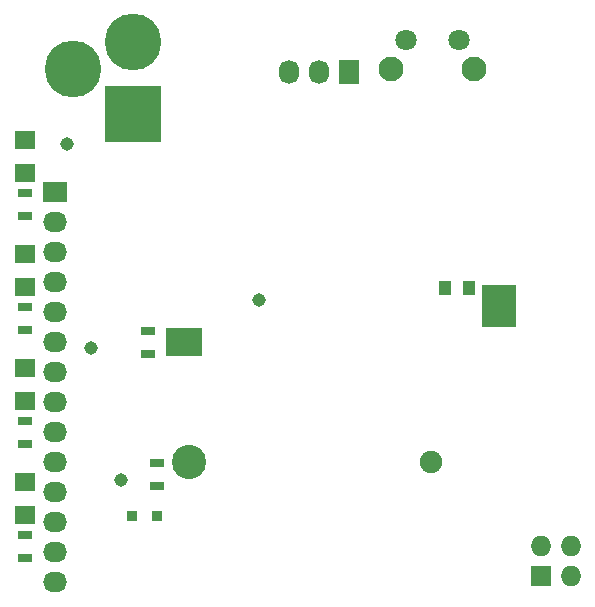
<source format=gbs>
G04 #@! TF.FileFunction,Soldermask,Bot*
%FSLAX46Y46*%
G04 Gerber Fmt 4.6, Leading zero omitted, Abs format (unit mm)*
G04 Created by KiCad (PCBNEW 4.0.2-4+6225~38~ubuntu14.04.1-stable) date Fri 18 Mar 2016 20:19:54 GMT*
%MOMM*%
G01*
G04 APERTURE LIST*
%ADD10C,0.100000*%
%ADD11R,1.800860X1.597660*%
%ADD12C,2.900000*%
%ADD13C,1.900000*%
%ADD14C,4.800600*%
%ADD15R,4.800600X4.800600*%
%ADD16R,1.727200X2.032000*%
%ADD17O,1.727200X2.032000*%
%ADD18C,1.800000*%
%ADD19C,2.100000*%
%ADD20R,1.000000X1.250000*%
%ADD21R,1.300000X0.700000*%
%ADD22R,3.100000X2.400000*%
%ADD23C,1.143000*%
%ADD24R,3.000000X3.600000*%
%ADD25R,2.032000X1.727200*%
%ADD26O,2.032000X1.727200*%
%ADD27R,1.727200X1.727200*%
%ADD28O,1.727200X1.727200*%
%ADD29R,0.900000X0.900000*%
G04 APERTURE END LIST*
D10*
D11*
X101600000Y-113687860D03*
X101600000Y-110848140D03*
X101600000Y-142643860D03*
X101600000Y-139804140D03*
X101600000Y-132991860D03*
X101600000Y-130152140D03*
X101600000Y-123339860D03*
X101600000Y-120500140D03*
D12*
X115484000Y-138176000D03*
D13*
X135984000Y-138176000D03*
D14*
X110744000Y-102616000D03*
D15*
X110744000Y-108712000D03*
D14*
X105664000Y-104902000D03*
D16*
X129032000Y-105156000D03*
D17*
X126492000Y-105156000D03*
X123952000Y-105156000D03*
D18*
X138394000Y-102382000D03*
X133894000Y-102382000D03*
D19*
X139644000Y-104882000D03*
X132644000Y-104882000D03*
D20*
X137176000Y-123444000D03*
X139176000Y-123444000D03*
D21*
X112776000Y-140142000D03*
X112776000Y-138242000D03*
X112014000Y-127066000D03*
X112014000Y-128966000D03*
D22*
X115062000Y-128016000D03*
D21*
X101600000Y-117282000D03*
X101600000Y-115382000D03*
X101600000Y-136586000D03*
X101600000Y-134686000D03*
X101600000Y-146238000D03*
X101600000Y-144338000D03*
X101600000Y-126934000D03*
X101600000Y-125034000D03*
D23*
X105156000Y-111252000D03*
X121412000Y-124460000D03*
X109728000Y-139700000D03*
X107188000Y-128524000D03*
D24*
X141732000Y-124968000D03*
D25*
X104140000Y-115316000D03*
D26*
X104140000Y-117856000D03*
X104140000Y-120396000D03*
X104140000Y-122936000D03*
X104140000Y-125476000D03*
X104140000Y-128016000D03*
X104140000Y-130556000D03*
X104140000Y-133096000D03*
X104140000Y-135636000D03*
X104140000Y-138176000D03*
X104140000Y-140716000D03*
X104140000Y-143256000D03*
X104140000Y-145796000D03*
X104140000Y-148336000D03*
D27*
X145288000Y-147828000D03*
D28*
X145288000Y-145288000D03*
X147828000Y-147828000D03*
X147828000Y-145288000D03*
D29*
X112815000Y-142748000D03*
X110705000Y-142748000D03*
M02*

</source>
